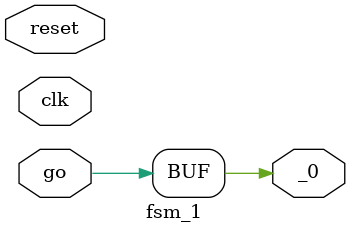
<source format=sv>
/**
 * Core primitives for Calyx.
 * Implements core primitives used by the compiler.
 *
 * Conventions:
 * - All parameter names must be SNAKE_CASE and all caps.
 * - Port names must be snake_case, no caps.
 */
`default_nettype none

module std_const #(
    parameter WIDTH = 32,
    parameter VALUE = 0
) (
   output logic [WIDTH - 1:0] out
);
  assign out = VALUE;
endmodule

module std_wire #(
  parameter WIDTH = 32
) (
  input wire logic [WIDTH - 1:0] in,
  output logic [WIDTH - 1:0] out
);
  assign out = in;
endmodule

module std_slice #(
    parameter IN_WIDTH  = 32,
    parameter OUT_WIDTH = 32
) (
   input wire                   logic [ IN_WIDTH-1:0] in,
   output logic [OUT_WIDTH-1:0] out
);
  assign out = in[OUT_WIDTH-1:0];

  `ifdef VERILATOR
    always_comb begin
      if (IN_WIDTH < OUT_WIDTH)
        $error(
          "std_slice: Input width less than output width\n",
          "IN_WIDTH: %0d", IN_WIDTH,
          "OUT_WIDTH: %0d", OUT_WIDTH
        );
    end
  `endif
endmodule

module std_pad #(
    parameter IN_WIDTH  = 32,
    parameter OUT_WIDTH = 32
) (
   input wire logic [IN_WIDTH-1:0]  in,
   output logic     [OUT_WIDTH-1:0] out
);
  localparam EXTEND = OUT_WIDTH - IN_WIDTH;
  assign out = { {EXTEND {1'b0}}, in};

  `ifdef VERILATOR
    always_comb begin
      if (IN_WIDTH > OUT_WIDTH)
        $error(
          "std_pad: Output width less than input width\n",
          "IN_WIDTH: %0d", IN_WIDTH,
          "OUT_WIDTH: %0d", OUT_WIDTH
        );
    end
  `endif
endmodule

module std_not #(
    parameter WIDTH = 32
) (
   input wire               logic [WIDTH-1:0] in,
   output logic [WIDTH-1:0] out
);
  assign out = ~in;
endmodule

module std_and #(
    parameter WIDTH = 32
) (
   input wire               logic [WIDTH-1:0] left,
   input wire               logic [WIDTH-1:0] right,
   output logic [WIDTH-1:0] out
);
  assign out = left & right;
endmodule

module std_or #(
    parameter WIDTH = 32
) (
   input wire               logic [WIDTH-1:0] left,
   input wire               logic [WIDTH-1:0] right,
   output logic [WIDTH-1:0] out
);
  assign out = left | right;
endmodule

module std_xor #(
    parameter WIDTH = 32
) (
   input wire               logic [WIDTH-1:0] left,
   input wire               logic [WIDTH-1:0] right,
   output logic [WIDTH-1:0] out
);
  assign out = left ^ right;
endmodule

module std_add #(
    parameter WIDTH = 32
) (
   input wire               logic [WIDTH-1:0] left,
   input wire               logic [WIDTH-1:0] right,
   output logic [WIDTH-1:0] out
);
  assign out = left + right;
endmodule

module std_sub #(
    parameter WIDTH = 32
) (
   input wire               logic [WIDTH-1:0] left,
   input wire               logic [WIDTH-1:0] right,
   output logic [WIDTH-1:0] out
);
  assign out = left - right;
endmodule

module std_gt #(
    parameter WIDTH = 32
) (
   input wire   logic [WIDTH-1:0] left,
   input wire   logic [WIDTH-1:0] right,
   output logic out
);
  assign out = left > right;
endmodule

module std_lt #(
    parameter WIDTH = 32
) (
   input wire   logic [WIDTH-1:0] left,
   input wire   logic [WIDTH-1:0] right,
   output logic out
);
  assign out = left < right;
endmodule

module std_eq #(
    parameter WIDTH = 32
) (
   input wire   logic [WIDTH-1:0] left,
   input wire   logic [WIDTH-1:0] right,
   output logic out
);
  assign out = left == right;
endmodule

module std_neq #(
    parameter WIDTH = 32
) (
   input wire   logic [WIDTH-1:0] left,
   input wire   logic [WIDTH-1:0] right,
   output logic out
);
  assign out = left != right;
endmodule

module std_ge #(
    parameter WIDTH = 32
) (
    input wire   logic [WIDTH-1:0] left,
    input wire   logic [WIDTH-1:0] right,
    output logic out
);
  assign out = left >= right;
endmodule

module std_le #(
    parameter WIDTH = 32
) (
   input wire   logic [WIDTH-1:0] left,
   input wire   logic [WIDTH-1:0] right,
   output logic out
);
  assign out = left <= right;
endmodule

module std_lsh #(
    parameter WIDTH = 32
) (
   input wire               logic [WIDTH-1:0] left,
   input wire               logic [WIDTH-1:0] right,
   output logic [WIDTH-1:0] out
);
  assign out = left << right;
endmodule

module std_rsh #(
    parameter WIDTH = 32
) (
   input wire               logic [WIDTH-1:0] left,
   input wire               logic [WIDTH-1:0] right,
   output logic [WIDTH-1:0] out
);
  assign out = left >> right;
endmodule

/// this primitive is intended to be used
/// for lowering purposes (not in source programs)
module std_mux #(
    parameter WIDTH = 32
) (
   input wire               logic cond,
   input wire               logic [WIDTH-1:0] tru,
   input wire               logic [WIDTH-1:0] fal,
   output logic [WIDTH-1:0] out
);
  assign out = cond ? tru : fal;
endmodule

/// Memories
module std_reg #(
    parameter WIDTH = 32
) (
   input wire [ WIDTH-1:0]    in,
   input wire                 write_en,
   input wire                 clk,
   input wire                 reset,
    // output
   output logic [WIDTH - 1:0] out,
   output logic               done
);

  always_ff @(posedge clk) begin
    if (reset) begin
       out <= 0;
       done <= 0;
    end else if (write_en) begin
      out <= in;
      done <= 1'd1;
    end else done <= 1'd0;
  end
endmodule

module std_mem_d1 #(
    parameter WIDTH = 32,
    parameter SIZE = 16,
    parameter IDX_SIZE = 4
) (
   input wire                logic [IDX_SIZE-1:0] addr0,
   input wire                logic [ WIDTH-1:0] write_data,
   input wire                logic write_en,
   input wire                logic clk,
   output logic [ WIDTH-1:0] read_data,
   output logic              done
);

  logic [WIDTH-1:0] mem[SIZE-1:0];

  /* verilator lint_off WIDTH */
  assign read_data = mem[addr0];
  always_ff @(posedge clk) begin
    if (write_en) begin
      mem[addr0] <= write_data;
      done <= 1'd1;
    end else done <= 1'd0;
  end

  // Check for out of bounds access
  `ifdef VERILATOR
    always_comb begin
      if (addr0 >= SIZE)
        $error(
          "std_mem_d1: Out of bounds access\n",
          "addr0: %0d\n", addr0,
          "SIZE: %0d", SIZE
        );
    end
  `endif
endmodule

module std_mem_d2 #(
    parameter WIDTH = 32,
    parameter D0_SIZE = 16,
    parameter D1_SIZE = 16,
    parameter D0_IDX_SIZE = 4,
    parameter D1_IDX_SIZE = 4
) (
   input wire                logic [D0_IDX_SIZE-1:0] addr0,
   input wire                logic [D1_IDX_SIZE-1:0] addr1,
   input wire                logic [ WIDTH-1:0] write_data,
   input wire                logic write_en,
   input wire                logic clk,
   output logic [ WIDTH-1:0] read_data,
   output logic              done
);

  /* verilator lint_off WIDTH */
  logic [WIDTH-1:0] mem[D0_SIZE-1:0][D1_SIZE-1:0];

  assign read_data = mem[addr0][addr1];
  always_ff @(posedge clk) begin
    if (write_en) begin
      mem[addr0][addr1] <= write_data;
      done <= 1'd1;
    end else done <= 1'd0;
  end

  // Check for out of bounds access
  `ifdef VERILATOR
    always_comb begin
      if (addr0 >= D0_SIZE)
        $error(
          "std_mem_d2: Out of bounds access\n",
          "addr0: %0d\n", addr0,
          "D0_SIZE: %0d", D0_SIZE
        );
      if (addr1 >= D1_SIZE)
        $error(
          "std_mem_d2: Out of bounds access\n",
          "addr1: %0d\n", addr1,
          "D1_SIZE: %0d", D1_SIZE
        );
    end
  `endif
endmodule

module std_mem_d3 #(
    parameter WIDTH = 32,
    parameter D0_SIZE = 16,
    parameter D1_SIZE = 16,
    parameter D2_SIZE = 16,
    parameter D0_IDX_SIZE = 4,
    parameter D1_IDX_SIZE = 4,
    parameter D2_IDX_SIZE = 4
) (
   input wire                logic [D0_IDX_SIZE-1:0] addr0,
   input wire                logic [D1_IDX_SIZE-1:0] addr1,
   input wire                logic [D2_IDX_SIZE-1:0] addr2,
   input wire                logic [ WIDTH-1:0] write_data,
   input wire                logic write_en,
   input wire                logic clk,
   output logic [ WIDTH-1:0] read_data,
   output logic              done
);

  /* verilator lint_off WIDTH */
  logic [WIDTH-1:0] mem[D0_SIZE-1:0][D1_SIZE-1:0][D2_SIZE-1:0];

  assign read_data = mem[addr0][addr1][addr2];
  always_ff @(posedge clk) begin
    if (write_en) begin
      mem[addr0][addr1][addr2] <= write_data;
      done <= 1'd1;
    end else done <= 1'd0;
  end

  // Check for out of bounds access
  `ifdef VERILATOR
    always_comb begin
      if (addr0 >= D0_SIZE)
        $error(
          "std_mem_d3: Out of bounds access\n",
          "addr0: %0d\n", addr0,
          "D0_SIZE: %0d", D0_SIZE
        );
      if (addr1 >= D1_SIZE)
        $error(
          "std_mem_d3: Out of bounds access\n",
          "addr1: %0d\n", addr1,
          "D1_SIZE: %0d", D1_SIZE
        );
      if (addr2 >= D2_SIZE)
        $error(
          "std_mem_d3: Out of bounds access\n",
          "addr2: %0d\n", addr2,
          "D2_SIZE: %0d", D2_SIZE
        );
    end
  `endif
endmodule

module std_mem_d4 #(
    parameter WIDTH = 32,
    parameter D0_SIZE = 16,
    parameter D1_SIZE = 16,
    parameter D2_SIZE = 16,
    parameter D3_SIZE = 16,
    parameter D0_IDX_SIZE = 4,
    parameter D1_IDX_SIZE = 4,
    parameter D2_IDX_SIZE = 4,
    parameter D3_IDX_SIZE = 4
) (
   input wire                logic [D0_IDX_SIZE-1:0] addr0,
   input wire                logic [D1_IDX_SIZE-1:0] addr1,
   input wire                logic [D2_IDX_SIZE-1:0] addr2,
   input wire                logic [D3_IDX_SIZE-1:0] addr3,
   input wire                logic [ WIDTH-1:0] write_data,
   input wire                logic write_en,
   input wire                logic clk,
   output logic [ WIDTH-1:0] read_data,
   output logic              done
);

  /* verilator lint_off WIDTH */
  logic [WIDTH-1:0] mem[D0_SIZE-1:0][D1_SIZE-1:0][D2_SIZE-1:0][D3_SIZE-1:0];

  assign read_data = mem[addr0][addr1][addr2][addr3];
  always_ff @(posedge clk) begin
    if (write_en) begin
      mem[addr0][addr1][addr2][addr3] <= write_data;
      done <= 1'd1;
    end else done <= 1'd0;
  end

  // Check for out of bounds access
  `ifdef VERILATOR
    always_comb begin
      if (addr0 >= D0_SIZE)
        $error(
          "std_mem_d4: Out of bounds access\n",
          "addr0: %0d\n", addr0,
          "D0_SIZE: %0d", D0_SIZE
        );
      if (addr1 >= D1_SIZE)
        $error(
          "std_mem_d4: Out of bounds access\n",
          "addr1: %0d\n", addr1,
          "D1_SIZE: %0d", D1_SIZE
        );
      if (addr2 >= D2_SIZE)
        $error(
          "std_mem_d4: Out of bounds access\n",
          "addr2: %0d\n", addr2,
          "D2_SIZE: %0d", D2_SIZE
        );
      if (addr3 >= D3_SIZE)
        $error(
          "std_mem_d4: Out of bounds access\n",
          "addr3: %0d\n", addr3,
          "D3_SIZE: %0d", D3_SIZE
        );
    end
  `endif
endmodule

`default_nettype wire

module FP_Mult_NoPipe (
		input _go, // unused
    input [31:0] a,
    input [31:0] b,
    output exception,
    output overflow,
    output underflow,
    output [31:0] res
);

  wire sign, round, normalised, zero;
  wire [8:0] exponent, sum_exponent;
  wire [22:0] product_mantissa;
  wire [23:0] op_a, op_b;
  wire [47:0] product, product_normalised;


  assign sign = a[31] ^ b[31];  // XOR of 32nd bit
  assign exception = (&a[30:23]) | (&b[30:23]);											// Execption sets to 1 when exponent of any a or b is 255
  // If exponent is 0, hidden bit is 0

  assign op_a = (|a[30:23]) ? {1'b1, a[22:0]} : {1'b0, a[22:0]};
  assign op_b = (|b[30:23]) ? {1'b1, b[22:0]} : {1'b0, b[22:0]};

  assign product = op_a * op_b;  // Product
  assign normalised = product[47] ? 1'b1 : 1'b0;
  assign product_normalised = normalised ? product : product << 1;								// Normalized value based on 48th bit

  assign round = |product_normalised[22:0];  // Last 22 bits are ORed for rounding off purpose
  assign product_mantissa = product_normalised[46:24] + (product_normalised[23] & round); 					// Mantissa

  assign zero = exception ? 1'b0 :
                (product_mantissa == 23'd0) ? 1'b1 :
                1'b0;

  assign sum_exponent = a[30:23] + b[30:23];
  assign exponent = sum_exponent - 8'd127 + normalised;
  assign overflow = ((exponent[8] & !exponent[7]) & !zero) ; 									// Overall exponent is greater than 255 then Overflow
  assign underflow = ((exponent[8] & exponent[7]) & !zero) ? 1'b1 : 1'b0; 							// Sum of exponents is less than 255 then Underflow
  assign res = exception ? 32'd0 :
               zero ? {sign,31'd0} :
               overflow ? {sign,8'hFF,23'd0} :
               underflow ? {sign,31'd0} :
               {sign,exponent[7:0],product_mantissa};

endmodule

module FP_Mult_Pipe(
	input _go, // unused
	input clk,
	input logic [31:0] A,
	input logic [31:0] B,
	output logic [31:0] res
);
  `define BIAS 8'b01111111

//////////////// PIPE-LINE REGISTERS /////////////////
reg [62:0] P1;
reg [66:0] P2;
reg [31:0] P3;
//////////////////////////////////////////////////////

initial
begin
	P1 = 0;
	P2 = 0;
	P3 = 0;
end


wire [1:0]sign;
wire [49:0]mantissa;

assign sign = A[31]+B[31];

always_ff @(posedge clk)
begin
	//solve for the sign bit part
	/////////////////////////////////////////////////////////
	P1[0] <= (sign == 1'b1) ? 1'b1 : 1'b0;
	P1[31:1] <= A[30:0];
	P1[62:32] <= B[30:0];

	///////////////////////////////////////////////////////////
	P2[0] <= P1[0];
	P2[50:1] <= P1[23:1] * P1[54:32];

	P2[58:51] <= P1[31:24];
	P2[66:59] <= P1[62:55];

///////////////////////////////////////////////////////////
	P3[0] <= P2[0];

	if(P2[50:24] == 0) begin
	   P3[23:1] = P2[23:1];
	   P3[31:24] = P2[58:51] + P2[66:59] - `BIAS + 8'h00;
	end
	else if(P2[50] == 1) begin
	   P3[23:1] = P2[49:27];
	   P3[31:24] = P2[58:51] + P2[66:59] - `BIAS + 8'h1a;
	end
	else if(P2[49] == 1) begin
	   P3[23:1] = P2[48:26];
	   P3[31:24] = P2[58:51] + P2[66:59] - `BIAS + 8'h19;
	end
	else if(P2[48] == 1) begin
	   P3[23:1] = P2[47:25];
	   P3[31:24] = P2[58:51] + P2[66:59] - `BIAS + 8'h18;
	end
	else if(P2[47] == 1) begin
	   P3[23:1] = P2[46:24];
	   P3[31:24] = P2[58:51] + P2[66:59] - `BIAS + 8'h17;
	end
	else if(P2[46] == 1) begin
	   P3[23:1] = P2[45:23];
	   P3[31:24] = P2[58:51] + P2[66:59] - `BIAS + 8'h16;
	end
	else if(P2[45] == 1) begin
	   P3[23:1] = P2[44:22];
	   P3[31:24] = P2[58:51] + P2[66:59] - `BIAS + 8'h15;
	end
	else if(P2[44] == 1) begin
	   P3[23:1] = P2[43:21];
	   P3[31:24] = P2[58:51] + P2[66:59] - `BIAS + 8'h14;
	end
	else if(P2[43] == 1) begin
	   P3[23:1] = P2[42:20];
	   P3[31:24] = P2[58:51] + P2[66:59] - `BIAS + 8'h13;
	end
	else if(P2[42] == 1) begin
	   P3[23:1] = P2[41:19];
	   P3[31:24] = P2[58:51] + P2[66:59] - `BIAS + 8'h12;
	end
	else if(P2[41] == 1) begin
	   P3[23:1] = P2[40:18];
	   P3[31:24] = P2[58:51] + P2[66:59] - `BIAS + 8'h11;
	end
	else if(P2[40] == 1) begin
	   P3[23:1] = P2[39:17];
	   P3[31:24] = P2[58:51] + P2[66:59] - `BIAS + 8'h10;
	end
	else if(P2[39] == 1) begin
	   P3[23:1] = P2[38:16];
	   P3[31:24] = P2[58:51] + P2[66:59] - `BIAS + 8'h0f;
	end
	else if(P2[38] == 1) begin
	   P3[23:1] = P2[37:15];
	   P3[31:24] = P2[58:51] + P2[66:59] - `BIAS + 8'h0e;
	end
	else if(P2[37] == 1) begin
	   P3[23:1] = P2[36:14];
	   P3[31:24] = P2[58:51] + P2[66:59] - `BIAS + 8'h0d;
	end
	else if(P2[36] == 1) begin
	   P3[23:1] = P2[35:13];
	   P3[31:24] = P2[58:51] + P2[66:59] - `BIAS + 8'h0c;
	end
	else if(P2[35] == 1) begin
	   P3[23:1] = P2[34:12];
	   P3[31:24] = P2[58:51] + P2[66:59] - `BIAS + 8'h0b;
	end
	else if(P2[34] == 1) begin
	   P3[23:1] = P2[33:11];
	   P3[31:24] = P2[58:51] + P2[66:59] - `BIAS + 8'h0a;
	end
	else if(P2[33] == 1) begin
	   P3[23:1] = P2[32:10];
	   P3[31:24] = P2[58:51] + P2[66:59] - `BIAS + 8'h09;
	end
	else if(P2[32] == 1) begin
	   P3[23:1] = P2[31:09];
	   P3[31:24] = P2[58:51] + P2[66:59] - `BIAS + 8'h08;
	end
	else if(P2[31] == 1) begin
	   P3[23:1] = P2[30:08];
	   P3[31:24] = P2[58:51] + P2[66:59] - `BIAS + 8'h07;
	end
	else if(P2[30] == 1) begin
	   P3[23:1] = P2[29:07];
	   P3[31:24] = P2[58:51] + P2[66:59] - `BIAS + 8'h06;
	end
	else if(P2[29] == 1) begin
	   P3[23:1] = P2[28:06];
	   P3[31:24] = P2[58:51] + P2[66:59] - `BIAS + 8'h05;
	end
	else if(P2[28] == 1) begin
	   P3[23:1] = P2[27:05];
	   P3[31:24] = P2[58:51] + P2[66:59] - `BIAS + 8'h04;
	end
	else if(P2[27] == 1) begin
	   P3[23:1] = P2[26:04];
	   P3[31:24] = P2[58:51] + P2[66:59] - `BIAS + 8'h03;
	end
	else if(P2[26] == 1) begin
	   P3[23:1] = P2[25:03];
	   P3[31:24] = P2[58:51] + P2[66:59] - `BIAS + 8'h02;
	end
	else begin
	   P3[23:1] = P2[24:02];
	   P3[31:24] = P2[58:51] + P2[66:59] - `BIAS + 8'h01;
	end

///////////////////////////////////////////////////////////
	res[31] <= P3[0];
	res[30:0] <= P3[31:1];

////////////////////////////////////////////////////////////
end

endmodule

// Returns input[30:23]
module Slice30_23
(
    input logic _go,
    input logic [31:0] in,
    output logic [7:0] out
);
    assign out = in[30:23];
endmodule

// Returns in[23:1]
module Slice23_1
(
    input logic _go,
    input logic [23:0] in,
    output logic [22:0] out
);
    assign out = in[23:1];
endmodule

// Returns input[20:0]
module Slice22_0
(
    input logic _go,
    input logic [31:0] in,
    output logic [22:0] out
);
    assign out = in[22:0];
endmodule

module IsZero #(
    parameter WIDTH = 32
)
(
    input logic _go,
    input logic [WIDTH-1:0] in,
    output logic out
);
    assign out = in == '0;
endmodule

module IsOne (
    input wire logic _go,
    input wire logic in,
    output wire logic out
);
    assign out = in == '1;
endmodule

// Computes out = {1'b1,in[22:1]};
module NormInp
(
    input wire logic _go,
    input wire logic [22:0] in,
    output wire logic [22:0] out
);
    assign out = {1'b1,in[22:1]};
endmodule

module ShiftRight23
(
    input wire logic _go,
    input wire logic [22:0] in,
    input wire logic [7:0] amount,
    output wire logic [22:0] out
);
    assign out = in >> amount;
endmodule

module ShiftLeft24
(
    input wire logic _go,
    input wire logic [23:0] in,
    input wire logic [3:0] amount,
    output wire logic [23:0] out
);
    assign out = in << amount;
endmodule

module MergeRes(
    input wire logic _go,
    input wire logic sign,
    input wire logic [7:0] exp,
    input wire logic [22:0] mant,
    output wire logic [31:0] out
);
    assign out = { sign, exp, mant };
endmodule
`default_nettype none

module Latch #(
    parameter WIDTH = 32
) (
  input wire clk,
  input wire reset,
  input wire logic write_en,
  input wire logic _go_S, // unused
  input wire logic [WIDTH-1:0] in,
  output logic [WIDTH-1:0] out
);
  always_ff @(posedge clk) begin
    if (reset)
      out <= 0;
    else if (write_en)
      out <= in;
    else
      out <= out;
  end
endmodule

// Implements a simple mutliplexer
module Mux #(
  parameter WIDTH = 32
) (
  input wire logic _go, // unused
  input wire logic sel,
  input wire logic [WIDTH-1:0] in0,
  input wire logic [WIDTH-1:0] in1,
  output logic [WIDTH-1:0] out
);
  assign out = sel ? in0 : in1;
endmodule
module Const #(
  parameter WIDTH = 32,
  parameter VALUE = 0
) (
  input wire logic _go,
  output wire logic [WIDTH-1:0] out
);
  assign out = VALUE;
endmodule

//// =========== Computation ============

module Add #(
  parameter WIDTH = 32
) (
  input wire logic _go, // Unused port, only used for modeling
  input wire logic [WIDTH-1:0] left,
  input wire logic [WIDTH-1:0] right,
  output wire logic [WIDTH-1:0] out
);
  assign out = left + right;
endmodule

module Sub #(
  parameter WIDTH = 32
) (
  input wire logic _go, // Unused port, only used for modeling
  input wire logic [WIDTH-1:0] left,
  input wire logic [WIDTH-1:0] right,
  output wire logic [WIDTH-1:0] out
);
  assign out = left - right;
endmodule

module MultComb #(
  parameter WIDTH = 32
) (
  input wire logic _go, // Unused port, only used for modeling
  input wire logic [WIDTH-1:0] left,
  input wire logic [WIDTH-1:0] right,
  output wire logic [WIDTH-1:0] out
);
  assign out = left * right;
endmodule

//// =========== Binary Logical Operations ============

module And #(
  parameter WIDTH = 32
) (
  input wire logic _go, // Unused port, only used for modeling
  input wire logic [WIDTH-1:0] left,
  input wire logic [WIDTH-1:0] right,
  output wire logic [WIDTH-1:0] out
);
  assign out = left & right;
endmodule

module Or #(
  parameter WIDTH = 32
) (
  input wire logic _go, // Unused port, only used for modeling
  input wire logic  [WIDTH-1:0] left,
  input wire logic  [WIDTH-1:0] right,
  output wire logic [WIDTH-1:0] out
);
  assign out = left | right;
endmodule

module Xor #(
  parameter WIDTH = 32
) (
  input wire logic _go, // Unused port, only used for modeling
  input wire logic  [WIDTH-1:0] left,
  input wire logic  [WIDTH-1:0] right,
  output wire logic [WIDTH-1:0] out
);
  assign out = left ^ right;
endmodule

module Not #(
  parameter WIDTH = 32
) (
  input wire logic _go, // Unused port, only used for modeling
  input wire logic  [WIDTH-1:0] in,
  output wire logic [WIDTH-1:0] out
);
  assign out = ~in;
endmodule

//// =========== Comparions ============

module Gt #(
  parameter WIDTH = 32
) (
  input wire logic _go, // Unused port, only used for modeling
  input wire logic  [WIDTH-1:0] left,
  input wire logic  [WIDTH-1:0] right,
  output wire logic out
);
  assign out = left > right;
endmodule

module Eq #(
  parameter WIDTH = 32
) (
  input wire logic _go, // Unused port, only used for modeling
  input wire logic  [WIDTH-1:0] left,
  input wire logic  [WIDTH-1:0] right,
  output wire logic out
);
  assign out = left == right;
endmodule

module Lt #(
  parameter WIDTH = 32
) (
  input wire logic _go, // Unused port, only used for modeling
  input wire logic  [WIDTH-1:0] left,
  input wire logic  [WIDTH-1:0] right,
  output wire logic out
);
  assign out = left < right;
endmodule

module Gte #(
  parameter WIDTH = 32
) (
  input wire logic _go, // Unused port, only used for modeling
  input wire logic  [WIDTH-1:0] left,
  input wire logic  [WIDTH-1:0] right,
  output wire logic out
);
  assign out = left >= right;
endmodule

module Lte #(
  parameter WIDTH = 32
) (
  input wire logic _go, // Unused port, only used for modeling
  input wire logic  [WIDTH-1:0] left,
  input wire logic  [WIDTH-1:0] right,
  output wire logic out
);
  assign out = left <= right;
endmodule

//// =========== Extension ============

module ZeroExtend #(
  parameter IN_WIDTH = 32,
  parameter OUT_WIDTH = 32
) (
  input wire logic _go, // Unused port, only used for modeling
  input wire logic [IN_WIDTH-1:0] in,
  output wire logic [OUT_WIDTH-1:0] out
);
  parameter EXTEND = OUT_WIDTH - IN_WIDTH;
  assign out = {{EXTEND{1'b0}}, in};
endmodule

module Concat #(
  parameter LEFT = 32,
  parameter RIGHT = 32,
  parameter OUT = 64
) (
  input wire logic _go, // Unused port
  input wire logic [LEFT-1:0] left,
  input wire logic [RIGHT-1:0] right,
  output wire logic [OUT-1:0] out
);
  assign out = {left, right};
endmodule

//// =========== Select bits ============
module Select #(
  parameter WIDTH = 32,
  parameter POS = 0
) (
  input wire logic _go, // Unused port, only used for modeling
  input wire logic [WIDTH-1:0] in,
  output wire logic out
);
  assign out = in[POS];
endmodule

module Slice #(
  parameter IN_WIDTH = 32,
  parameter MSB = 31,
  parameter LSB = 0,
  parameter OUT_WITDH = 32
) (
  input wire logic _go, // Unused port, only used for modeling
  input wire logic [IN_WIDTH-1:0] in,
  output wire logic [OUT_WITDH-1:0] out
);
  assign out = in[MSB:LSB];
endmodule

/// =========== Reduction Operations ============
module ReduceAnd #(
  parameter WIDTH = 32
) (
  input wire logic _go, // Unused port, only used for modeling
  input wire logic [WIDTH-1:0] in,
  output wire logic out
);
  assign out = &in;
endmodule

module ReduceOr #(
  parameter WIDTH = 32
) (
  input wire logic _go, // Unused port, only used for modeling
  input wire logic [WIDTH-1:0] in,
  output wire logic out
);
  assign out = |in;
endmodule

/// ========== Shift Operations ============
module ShiftLeft #(
  parameter WIDTH = 32
) (
  input wire logic _go, // Unused port, only used for modeling
  input wire logic [WIDTH-1:0] in,
  input wire logic [WIDTH-1:0] shift,
  output wire logic [WIDTH-1:0] out
);
  assign out = in << shift;
endmodule

module ShiftRight #(
  parameter WIDTH = 32
) (
  input wire logic _go, // Unused port, only used for modeling
  input wire logic [WIDTH-1:0] in,
  input wire logic [WIDTH-1:0] shift,
  output wire logic [WIDTH-1:0] out
);
  assign out = in >> shift;
endmodule

`default_nettype wire
module Mult (
    input logic [31:0] left,
    input logic [31:0] right,
    input logic go_G,
    input logic clk,
    input logic reset,
    output logic [31:0] out
);
    // COMPONENT START: Mult
    logic G_fsm_clk;
    logic G_fsm_reset;
    logic G_fsm_go;
    logic G_fsm__0;
    logic G_fsm__1;
    logic G_fsm__2;
    logic [31:0] LL_in;
    logic LL_write_en;
    logic LL__go_S;
    logic LL_clk;
    logic LL_reset;
    logic [31:0] LL_out;
    logic [31:0] LR_in;
    logic LR_write_en;
    logic LR__go_S;
    logic LR_clk;
    logic LR_reset;
    logic [31:0] LR_out;
    logic [31:0] M_left;
    logic [31:0] M_right;
    logic M__go;
    logic [31:0] M_out;
    initial begin
        G_fsm_clk = 1'd0;
        G_fsm_reset = 1'd0;
        G_fsm_go = 1'd0;
        LL_in = 32'd0;
        LL_write_en = 1'd0;
        LL__go_S = 1'd0;
        LL_clk = 1'd0;
        LL_reset = 1'd0;
        LR_in = 32'd0;
        LR_write_en = 1'd0;
        LR__go_S = 1'd0;
        LR_clk = 1'd0;
        LR_reset = 1'd0;
        M_left = 32'd0;
        M_right = 32'd0;
        M__go = 1'd0;
    end
    fsm_3 G_fsm (
        ._0(G_fsm__0),
        ._1(G_fsm__1),
        ._2(G_fsm__2),
        .clk(G_fsm_clk),
        .go(G_fsm_go),
        .reset(G_fsm_reset)
    );
    Latch # (
        .WIDTH(32)
    ) LL (
        ._go_S(LL__go_S),
        .clk(LL_clk),
        .in(LL_in),
        .out(LL_out),
        .reset(LL_reset),
        .write_en(LL_write_en)
    );
    Latch # (
        .WIDTH(32)
    ) LR (
        ._go_S(LR__go_S),
        .clk(LR_clk),
        .in(LR_in),
        .out(LR_out),
        .reset(LR_reset),
        .write_en(LR_write_en)
    );
    MultComb # (
        .WIDTH(32)
    ) M (
        ._go(M__go),
        .left(M_left),
        .out(M_out),
        .right(M_right)
    );
    assign G_fsm_clk = clk;
    assign G_fsm_go = go_G;
    assign G_fsm_reset = reset;
    assign LL__go_S = G_fsm__1;
    assign LL_clk = clk;
    assign LL_in =
     G_fsm__0 ? left : 32'd0;
    assign LL_reset = reset;
    assign LL_write_en = G_fsm__0;
    assign LR__go_S = G_fsm__1;
    assign LR_clk = clk;
    assign LR_in =
     G_fsm__0 ? right : 32'd0;
    assign LR_reset = reset;
    assign LR_write_en = G_fsm__0;
    assign M__go = G_fsm__2;
    assign M_left =
     G_fsm__2 ? LL_out : 32'd0;
    assign M_right =
     G_fsm__2 ? LR_out : 32'd0;
    assign out = M_out;
    // COMPONENT END: Mult
endmodule

module ComputeOp (
    input logic [31:0] in,
    input logic go,
    input logic clk,
    input logic reset,
    output logic [23:0] out
);
    // COMPONENT START: ComputeOp
    logic G_fsm_clk;
    logic G_fsm_reset;
    logic G_fsm_go;
    logic G_fsm__0;
    logic [31:0] EXP_in;
    logic EXP__go;
    logic [7:0] EXP_out;
    logic [31:0] MANT_in;
    logic MANT__go;
    logic [22:0] MANT_out;
    logic [7:0] EXP_RED_in;
    logic EXP_RED__go;
    logic EXP_RED_out;
    logic ZERO_1__go;
    logic ZERO_1_out;
    logic ONE_1__go;
    logic ONE_1_out;
    logic EXT_sel;
    logic EXT_in0;
    logic EXT_in1;
    logic EXT__go;
    logic EXT_out;
    logic OP_left;
    logic [22:0] OP_right;
    logic OP__go;
    logic [23:0] OP_out;
    initial begin
        G_fsm_clk = 1'd0;
        G_fsm_reset = 1'd0;
        G_fsm_go = 1'd0;
        EXP_in = 32'd0;
        EXP__go = 1'd0;
        MANT_in = 32'd0;
        MANT__go = 1'd0;
        EXP_RED_in = 8'd0;
        EXP_RED__go = 1'd0;
        ZERO_1__go = 1'd0;
        ONE_1__go = 1'd0;
        EXT_sel = 1'd0;
        EXT_in0 = 1'd0;
        EXT_in1 = 1'd0;
        EXT__go = 1'd0;
        OP_left = 1'd0;
        OP_right = 23'd0;
        OP__go = 1'd0;
    end
    fsm_1 G_fsm (
        ._0(G_fsm__0),
        .clk(G_fsm_clk),
        .go(G_fsm_go),
        .reset(G_fsm_reset)
    );
    Slice30_23 EXP (
        ._go(EXP__go),
        .in(EXP_in),
        .out(EXP_out)
    );
    Slice22_0 MANT (
        ._go(MANT__go),
        .in(MANT_in),
        .out(MANT_out)
    );
    ReduceOr # (
        .WIDTH(8)
    ) EXP_RED (
        ._go(EXP_RED__go),
        .in(EXP_RED_in),
        .out(EXP_RED_out)
    );
    Const # (
        .VALUE(0),
        .WIDTH(1)
    ) ZERO_1 (
        ._go(ZERO_1__go),
        .out(ZERO_1_out)
    );
    Const # (
        .VALUE(1),
        .WIDTH(1)
    ) ONE_1 (
        ._go(ONE_1__go),
        .out(ONE_1_out)
    );
    Mux # (
        .WIDTH(1)
    ) EXT (
        ._go(EXT__go),
        .in0(EXT_in0),
        .in1(EXT_in1),
        .out(EXT_out),
        .sel(EXT_sel)
    );
    Concat # (
        .LEFT(1),
        .OUT(24),
        .RIGHT(23)
    ) OP (
        ._go(OP__go),
        .left(OP_left),
        .out(OP_out),
        .right(OP_right)
    );
    assign EXP__go = G_fsm__0;
    assign EXP_in =
     G_fsm__0 ? in : 32'd0;
    assign EXP_RED__go = G_fsm__0;
    assign EXP_RED_in =
     G_fsm__0 ? EXP_out : 8'd0;
    assign EXT__go = G_fsm__0;
    assign EXT_in0 =
     G_fsm__0 ? ONE_1_out : 1'd0;
    assign EXT_in1 =
     G_fsm__0 ? ZERO_1_out : 1'd0;
    assign EXT_sel =
     G_fsm__0 ? EXP_RED_out : 1'd0;
    assign G_fsm_clk = clk;
    assign G_fsm_go = go;
    assign G_fsm_reset = reset;
    assign MANT__go = G_fsm__0;
    assign MANT_in =
     G_fsm__0 ? in : 32'd0;
    assign ONE_1__go = G_fsm__0;
    assign OP__go = G_fsm__0;
    assign OP_left =
     G_fsm__0 ? EXT_out : 1'd0;
    assign OP_right =
     G_fsm__0 ? MANT_out : 23'd0;
    assign ZERO_1__go = G_fsm__0;
    assign out = OP_out;
    // COMPONENT END: ComputeOp
endmodule

module GetResult (
    input logic sign,
    input logic [7:0] exp,
    input logic [22:0] mant,
    input logic go,
    input logic reset,
    input logic clk,
    output logic [31:0] out
);
    // COMPONENT START: GetResult
    logic G_fsm_clk;
    logic G_fsm_reset;
    logic G_fsm_go;
    logic G_fsm__0;
    logic SIGN_EXP_left;
    logic [7:0] SIGN_EXP_right;
    logic SIGN_EXP__go;
    logic [8:0] SIGN_EXP_out;
    logic [8:0] RES_left;
    logic [22:0] RES_right;
    logic RES__go;
    logic [31:0] RES_out;
    initial begin
        G_fsm_clk = 1'd0;
        G_fsm_reset = 1'd0;
        G_fsm_go = 1'd0;
        SIGN_EXP_left = 1'd0;
        SIGN_EXP_right = 8'd0;
        SIGN_EXP__go = 1'd0;
        RES_left = 9'd0;
        RES_right = 23'd0;
        RES__go = 1'd0;
    end
    fsm_1 G_fsm (
        ._0(G_fsm__0),
        .clk(G_fsm_clk),
        .go(G_fsm_go),
        .reset(G_fsm_reset)
    );
    Concat # (
        .LEFT(1),
        .OUT(9),
        .RIGHT(8)
    ) SIGN_EXP (
        ._go(SIGN_EXP__go),
        .left(SIGN_EXP_left),
        .out(SIGN_EXP_out),
        .right(SIGN_EXP_right)
    );
    Concat # (
        .LEFT(9),
        .OUT(32),
        .RIGHT(23)
    ) RES (
        ._go(RES__go),
        .left(RES_left),
        .out(RES_out),
        .right(RES_right)
    );
    assign G_fsm_clk = clk;
    assign G_fsm_go = go;
    assign G_fsm_reset = reset;
    assign RES__go = G_fsm__0;
    assign RES_left =
     G_fsm__0 ? SIGN_EXP_out : 9'd0;
    assign RES_right =
     G_fsm__0 ? mant : 23'd0;
    assign SIGN_EXP__go = G_fsm__0;
    assign SIGN_EXP_left =
     G_fsm__0 ? sign : 1'd0;
    assign SIGN_EXP_right =
     G_fsm__0 ? exp : 8'd0;
    assign out = RES_out;
    // COMPONENT END: GetResult
endmodule

module FP_Mult (
    input logic [31:0] a,
    input logic [31:0] b,
    input logic go,
    input logic reset,
    input logic clk,
    output logic exception,
    output logic overflow,
    output logic underflow,
    output logic [31:0] out
);
    // COMPONENT START: FP_Mult
    logic G_fsm_clk;
    logic G_fsm_reset;
    logic G_fsm_go;
    logic G_fsm__0;
    logic [31:0] A31_in;
    logic A31__go;
    logic A31_out;
    logic [31:0] B31_in;
    logic B31__go;
    logic B31_out;
    logic SIGN_left;
    logic SIGN_right;
    logic SIGN__go;
    logic SIGN_out;
    logic [31:0] EXP_A_in;
    logic EXP_A__go;
    logic [7:0] EXP_A_out;
    logic [31:0] EXP_B_in;
    logic EXP_B__go;
    logic [7:0] EXP_B_out;
    logic [7:0] EXP_A_AND_in;
    logic EXP_A_AND__go;
    logic EXP_A_AND_out;
    logic [7:0] EXP_B_AND_in;
    logic EXP_B_AND__go;
    logic EXP_B_AND_out;
    logic EXCEPTION_left;
    logic EXCEPTION_right;
    logic EXCEPTION__go;
    logic EXCEPTION_out;
    logic [31:0] OP_A_in;
    logic OP_A_go;
    logic OP_A_clk;
    logic OP_A_reset;
    logic [23:0] OP_A_out;
    logic [31:0] OP_B_in;
    logic OP_B_go;
    logic OP_B_clk;
    logic OP_B_reset;
    logic [23:0] OP_B_out;
    logic [23:0] OP_A_EXT_in;
    logic OP_A_EXT__go;
    logic [47:0] OP_A_EXT_out;
    logic [23:0] OP_B_EXT_in;
    logic OP_B_EXT__go;
    logic [47:0] OP_B_EXT_out;
    logic [47:0] PRODUCT_left;
    logic [47:0] PRODUCT_right;
    logic PRODUCT__go;
    logic [47:0] PRODUCT_out;
    logic [47:0] NORMALIZED_in;
    logic NORMALIZED__go;
    logic NORMALIZED_out;
    logic ONE_48__go;
    logic [47:0] ONE_48_out;
    logic [47:0] PROD_SHL_in;
    logic [47:0] PROD_SHL_shift;
    logic PROD_SHL__go;
    logic [47:0] PROD_SHL_out;
    logic PRODUCT_NORMALIZED_sel;
    logic [47:0] PRODUCT_NORMALIZED_in0;
    logic [47:0] PRODUCT_NORMALIZED_in1;
    logic PRODUCT_NORMALIZED__go;
    logic [47:0] PRODUCT_NORMALIZED_out;
    logic [47:0] PROD22_0_in;
    logic PROD22_0__go;
    logic [22:0] PROD22_0_out;
    logic [22:0] ROUND_in;
    logic ROUND__go;
    logic ROUND_out;
    logic [47:0] PROD_NORM_23_in;
    logic PROD_NORM_23__go;
    logic PROD_NORM_23_out;
    logic ROUND_SUM_left;
    logic ROUND_SUM_right;
    logic ROUND_SUM__go;
    logic ROUND_SUM_out;
    logic ROUND_SUM_EXT_in;
    logic ROUND_SUM_EXT__go;
    logic [22:0] ROUND_SUM_EXT_out;
    logic [47:0] PROD46_24_in;
    logic PROD46_24__go;
    logic [22:0] PROD46_24_out;
    logic [22:0] PRODUCT_MANTISSA_left;
    logic [22:0] PRODUCT_MANTISSA_right;
    logic PRODUCT_MANTISSA__go;
    logic [22:0] PRODUCT_MANTISSA_out;
    logic ZERO_23__go;
    logic [22:0] ZERO_23_out;
    logic ONE_1__go;
    logic ONE_1_out;
    logic ZERO_1__go;
    logic ZERO_1_out;
    logic [22:0] PROD_MANT_IS_ZERO_left;
    logic [22:0] PROD_MANT_IS_ZERO_right;
    logic PROD_MANT_IS_ZERO__go;
    logic PROD_MANT_IS_ZERO_out;
    logic SEL0_sel;
    logic SEL0_in0;
    logic SEL0_in1;
    logic SEL0__go;
    logic SEL0_out;
    logic ZERO_sel;
    logic ZERO_in0;
    logic ZERO_in1;
    logic ZERO__go;
    logic ZERO_out;
    logic [7:0] SUM_EXPONENT_left;
    logic [7:0] SUM_EXPONENT_right;
    logic SUM_EXPONENT__go;
    logic [7:0] SUM_EXPONENT_out;
    logic NORMALIZED_EXT_in;
    logic NORMALIZED_EXT__go;
    logic [8:0] NORMALIZED_EXT_out;
    logic SUB_V__go;
    logic [7:0] SUB_V_out;
    logic [7:0] EXP_NORM_left;
    logic [7:0] EXP_NORM_right;
    logic EXP_NORM__go;
    logic [7:0] EXP_NORM_out;
    logic [7:0] EXP_NORM_EXT_in;
    logic EXP_NORM_EXT__go;
    logic [8:0] EXP_NORM_EXT_out;
    logic [8:0] EXPONENT_left;
    logic [8:0] EXPONENT_right;
    logic EXPONENT__go;
    logic [8:0] EXPONENT_out;
    logic NOT_ZERO_in;
    logic NOT_ZERO__go;
    logic NOT_ZERO_out;
    logic [8:0] EXP_8_in;
    logic EXP_8__go;
    logic EXP_8_out;
    logic [8:0] EXP_7_in;
    logic EXP_7__go;
    logic EXP_7_out;
    logic NOT_EXP_7_in;
    logic NOT_EXP_7__go;
    logic NOT_EXP_7_out;
    logic OVERFLOW_1_left;
    logic OVERFLOW_1_right;
    logic OVERFLOW_1__go;
    logic OVERFLOW_1_out;
    logic OVERFLOW_left;
    logic OVERFLOW_right;
    logic OVERFLOW__go;
    logic OVERFLOW_out;
    logic UNDERFLOW_1_left;
    logic UNDERFLOW_1_right;
    logic UNDERFLOW_1__go;
    logic UNDERFLOW_1_out;
    logic UNDERFLOW_left;
    logic UNDERFLOW_right;
    logic UNDERFLOW__go;
    logic UNDERFLOW_out;
    logic OVER_MAX__go;
    logic [7:0] OVER_MAX_out;
    logic OVER_RES_sign;
    logic [7:0] OVER_RES_exp;
    logic [22:0] OVER_RES_mant;
    logic OVER_RES_go;
    logic OVER_RES_reset;
    logic OVER_RES_clk;
    logic [31:0] OVER_RES_out;
    logic ZERO_31__go;
    logic [30:0] ZERO_31_out;
    logic UNDER_RES_left;
    logic [30:0] UNDER_RES_right;
    logic UNDER_RES__go;
    logic [31:0] UNDER_RES_out;
    logic [8:0] EXP_ROUND_in;
    logic EXP_ROUND__go;
    logic [7:0] EXP_ROUND_out;
    logic SAFE_RES_sign;
    logic [7:0] SAFE_RES_exp;
    logic [22:0] SAFE_RES_mant;
    logic SAFE_RES_go;
    logic SAFE_RES_reset;
    logic SAFE_RES_clk;
    logic [31:0] SAFE_RES_out;
    logic ZERO_32__go;
    logic [31:0] ZERO_32_out;
    logic RES_1_sel;
    logic [31:0] RES_1_in0;
    logic [31:0] RES_1_in1;
    logic RES_1__go;
    logic [31:0] RES_1_out;
    logic RES_2_sel;
    logic [31:0] RES_2_in0;
    logic [31:0] RES_2_in1;
    logic RES_2__go;
    logic [31:0] RES_2_out;
    logic RES_3_sel;
    logic [31:0] RES_3_in0;
    logic [31:0] RES_3_in1;
    logic RES_3__go;
    logic [31:0] RES_3_out;
    logic RES_sel;
    logic [31:0] RES_in0;
    logic [31:0] RES_in1;
    logic RES__go;
    logic [31:0] RES_out;
    initial begin
        G_fsm_clk = 1'd0;
        G_fsm_reset = 1'd0;
        G_fsm_go = 1'd0;
        A31_in = 32'd0;
        A31__go = 1'd0;
        B31_in = 32'd0;
        B31__go = 1'd0;
        SIGN_left = 1'd0;
        SIGN_right = 1'd0;
        SIGN__go = 1'd0;
        EXP_A_in = 32'd0;
        EXP_A__go = 1'd0;
        EXP_B_in = 32'd0;
        EXP_B__go = 1'd0;
        EXP_A_AND_in = 8'd0;
        EXP_A_AND__go = 1'd0;
        EXP_B_AND_in = 8'd0;
        EXP_B_AND__go = 1'd0;
        EXCEPTION_left = 1'd0;
        EXCEPTION_right = 1'd0;
        EXCEPTION__go = 1'd0;
        OP_A_in = 32'd0;
        OP_A_go = 1'd0;
        OP_A_clk = 1'd0;
        OP_A_reset = 1'd0;
        OP_B_in = 32'd0;
        OP_B_go = 1'd0;
        OP_B_clk = 1'd0;
        OP_B_reset = 1'd0;
        OP_A_EXT_in = 24'd0;
        OP_A_EXT__go = 1'd0;
        OP_B_EXT_in = 24'd0;
        OP_B_EXT__go = 1'd0;
        PRODUCT_left = 48'd0;
        PRODUCT_right = 48'd0;
        PRODUCT__go = 1'd0;
        NORMALIZED_in = 48'd0;
        NORMALIZED__go = 1'd0;
        ONE_48__go = 1'd0;
        PROD_SHL_in = 48'd0;
        PROD_SHL_shift = 48'd0;
        PROD_SHL__go = 1'd0;
        PRODUCT_NORMALIZED_sel = 1'd0;
        PRODUCT_NORMALIZED_in0 = 48'd0;
        PRODUCT_NORMALIZED_in1 = 48'd0;
        PRODUCT_NORMALIZED__go = 1'd0;
        PROD22_0_in = 48'd0;
        PROD22_0__go = 1'd0;
        ROUND_in = 23'd0;
        ROUND__go = 1'd0;
        PROD_NORM_23_in = 48'd0;
        PROD_NORM_23__go = 1'd0;
        ROUND_SUM_left = 1'd0;
        ROUND_SUM_right = 1'd0;
        ROUND_SUM__go = 1'd0;
        ROUND_SUM_EXT_in = 1'd0;
        ROUND_SUM_EXT__go = 1'd0;
        PROD46_24_in = 48'd0;
        PROD46_24__go = 1'd0;
        PRODUCT_MANTISSA_left = 23'd0;
        PRODUCT_MANTISSA_right = 23'd0;
        PRODUCT_MANTISSA__go = 1'd0;
        ZERO_23__go = 1'd0;
        ONE_1__go = 1'd0;
        ZERO_1__go = 1'd0;
        PROD_MANT_IS_ZERO_left = 23'd0;
        PROD_MANT_IS_ZERO_right = 23'd0;
        PROD_MANT_IS_ZERO__go = 1'd0;
        SEL0_sel = 1'd0;
        SEL0_in0 = 1'd0;
        SEL0_in1 = 1'd0;
        SEL0__go = 1'd0;
        ZERO_sel = 1'd0;
        ZERO_in0 = 1'd0;
        ZERO_in1 = 1'd0;
        ZERO__go = 1'd0;
        SUM_EXPONENT_left = 8'd0;
        SUM_EXPONENT_right = 8'd0;
        SUM_EXPONENT__go = 1'd0;
        NORMALIZED_EXT_in = 1'd0;
        NORMALIZED_EXT__go = 1'd0;
        SUB_V__go = 1'd0;
        EXP_NORM_left = 8'd0;
        EXP_NORM_right = 8'd0;
        EXP_NORM__go = 1'd0;
        EXP_NORM_EXT_in = 8'd0;
        EXP_NORM_EXT__go = 1'd0;
        EXPONENT_left = 9'd0;
        EXPONENT_right = 9'd0;
        EXPONENT__go = 1'd0;
        NOT_ZERO_in = 1'd0;
        NOT_ZERO__go = 1'd0;
        EXP_8_in = 9'd0;
        EXP_8__go = 1'd0;
        EXP_7_in = 9'd0;
        EXP_7__go = 1'd0;
        NOT_EXP_7_in = 1'd0;
        NOT_EXP_7__go = 1'd0;
        OVERFLOW_1_left = 1'd0;
        OVERFLOW_1_right = 1'd0;
        OVERFLOW_1__go = 1'd0;
        OVERFLOW_left = 1'd0;
        OVERFLOW_right = 1'd0;
        OVERFLOW__go = 1'd0;
        UNDERFLOW_1_left = 1'd0;
        UNDERFLOW_1_right = 1'd0;
        UNDERFLOW_1__go = 1'd0;
        UNDERFLOW_left = 1'd0;
        UNDERFLOW_right = 1'd0;
        UNDERFLOW__go = 1'd0;
        OVER_MAX__go = 1'd0;
        OVER_RES_sign = 1'd0;
        OVER_RES_exp = 8'd0;
        OVER_RES_mant = 23'd0;
        OVER_RES_go = 1'd0;
        OVER_RES_reset = 1'd0;
        OVER_RES_clk = 1'd0;
        ZERO_31__go = 1'd0;
        UNDER_RES_left = 1'd0;
        UNDER_RES_right = 31'd0;
        UNDER_RES__go = 1'd0;
        EXP_ROUND_in = 9'd0;
        EXP_ROUND__go = 1'd0;
        SAFE_RES_sign = 1'd0;
        SAFE_RES_exp = 8'd0;
        SAFE_RES_mant = 23'd0;
        SAFE_RES_go = 1'd0;
        SAFE_RES_reset = 1'd0;
        SAFE_RES_clk = 1'd0;
        ZERO_32__go = 1'd0;
        RES_1_sel = 1'd0;
        RES_1_in0 = 32'd0;
        RES_1_in1 = 32'd0;
        RES_1__go = 1'd0;
        RES_2_sel = 1'd0;
        RES_2_in0 = 32'd0;
        RES_2_in1 = 32'd0;
        RES_2__go = 1'd0;
        RES_3_sel = 1'd0;
        RES_3_in0 = 32'd0;
        RES_3_in1 = 32'd0;
        RES_3__go = 1'd0;
        RES_sel = 1'd0;
        RES_in0 = 32'd0;
        RES_in1 = 32'd0;
        RES__go = 1'd0;
    end
    fsm_1 G_fsm (
        ._0(G_fsm__0),
        .clk(G_fsm_clk),
        .go(G_fsm_go),
        .reset(G_fsm_reset)
    );
    Select # (
        .POS(31),
        .WIDTH(32)
    ) A31 (
        ._go(A31__go),
        .in(A31_in),
        .out(A31_out)
    );
    Select # (
        .POS(31),
        .WIDTH(32)
    ) B31 (
        ._go(B31__go),
        .in(B31_in),
        .out(B31_out)
    );
    Xor # (
        .WIDTH(1)
    ) SIGN (
        ._go(SIGN__go),
        .left(SIGN_left),
        .out(SIGN_out),
        .right(SIGN_right)
    );
    Slice30_23 EXP_A (
        ._go(EXP_A__go),
        .in(EXP_A_in),
        .out(EXP_A_out)
    );
    Slice30_23 EXP_B (
        ._go(EXP_B__go),
        .in(EXP_B_in),
        .out(EXP_B_out)
    );
    ReduceAnd # (
        .WIDTH(8)
    ) EXP_A_AND (
        ._go(EXP_A_AND__go),
        .in(EXP_A_AND_in),
        .out(EXP_A_AND_out)
    );
    ReduceAnd # (
        .WIDTH(8)
    ) EXP_B_AND (
        ._go(EXP_B_AND__go),
        .in(EXP_B_AND_in),
        .out(EXP_B_AND_out)
    );
    Or # (
        .WIDTH(1)
    ) EXCEPTION (
        ._go(EXCEPTION__go),
        .left(EXCEPTION_left),
        .out(EXCEPTION_out),
        .right(EXCEPTION_right)
    );
    ComputeOp OP_A (
        .clk(OP_A_clk),
        .go(OP_A_go),
        .in(OP_A_in),
        .out(OP_A_out),
        .reset(OP_A_reset)
    );
    ComputeOp OP_B (
        .clk(OP_B_clk),
        .go(OP_B_go),
        .in(OP_B_in),
        .out(OP_B_out),
        .reset(OP_B_reset)
    );
    ZeroExtend # (
        .IN_WIDTH(24),
        .OUT_WIDTH(48)
    ) OP_A_EXT (
        ._go(OP_A_EXT__go),
        .in(OP_A_EXT_in),
        .out(OP_A_EXT_out)
    );
    ZeroExtend # (
        .IN_WIDTH(24),
        .OUT_WIDTH(48)
    ) OP_B_EXT (
        ._go(OP_B_EXT__go),
        .in(OP_B_EXT_in),
        .out(OP_B_EXT_out)
    );
    MultComb # (
        .WIDTH(48)
    ) PRODUCT (
        ._go(PRODUCT__go),
        .left(PRODUCT_left),
        .out(PRODUCT_out),
        .right(PRODUCT_right)
    );
    Select # (
        .POS(47),
        .WIDTH(48)
    ) NORMALIZED (
        ._go(NORMALIZED__go),
        .in(NORMALIZED_in),
        .out(NORMALIZED_out)
    );
    Const # (
        .VALUE(1),
        .WIDTH(48)
    ) ONE_48 (
        ._go(ONE_48__go),
        .out(ONE_48_out)
    );
    ShiftLeft # (
        .WIDTH(48)
    ) PROD_SHL (
        ._go(PROD_SHL__go),
        .in(PROD_SHL_in),
        .out(PROD_SHL_out),
        .shift(PROD_SHL_shift)
    );
    Mux # (
        .WIDTH(48)
    ) PRODUCT_NORMALIZED (
        ._go(PRODUCT_NORMALIZED__go),
        .in0(PRODUCT_NORMALIZED_in0),
        .in1(PRODUCT_NORMALIZED_in1),
        .out(PRODUCT_NORMALIZED_out),
        .sel(PRODUCT_NORMALIZED_sel)
    );
    Slice # (
        .IN_WIDTH(48),
        .LSB(0),
        .MSB(22),
        .OUT_WIDTH(23)
    ) PROD22_0 (
        ._go(PROD22_0__go),
        .in(PROD22_0_in),
        .out(PROD22_0_out)
    );
    ReduceOr # (
        .WIDTH(23)
    ) ROUND (
        ._go(ROUND__go),
        .in(ROUND_in),
        .out(ROUND_out)
    );
    Select # (
        .POS(23),
        .WIDTH(48)
    ) PROD_NORM_23 (
        ._go(PROD_NORM_23__go),
        .in(PROD_NORM_23_in),
        .out(PROD_NORM_23_out)
    );
    And # (
        .WIDTH(1)
    ) ROUND_SUM (
        ._go(ROUND_SUM__go),
        .left(ROUND_SUM_left),
        .out(ROUND_SUM_out),
        .right(ROUND_SUM_right)
    );
    ZeroExtend # (
        .IN_WIDTH(1),
        .OUT_WIDTH(23)
    ) ROUND_SUM_EXT (
        ._go(ROUND_SUM_EXT__go),
        .in(ROUND_SUM_EXT_in),
        .out(ROUND_SUM_EXT_out)
    );
    Slice # (
        .IN_WIDTH(48),
        .LSB(24),
        .MSB(46),
        .OUT_WIDTH(23)
    ) PROD46_24 (
        ._go(PROD46_24__go),
        .in(PROD46_24_in),
        .out(PROD46_24_out)
    );
    Add # (
        .WIDTH(23)
    ) PRODUCT_MANTISSA (
        ._go(PRODUCT_MANTISSA__go),
        .left(PRODUCT_MANTISSA_left),
        .out(PRODUCT_MANTISSA_out),
        .right(PRODUCT_MANTISSA_right)
    );
    Const # (
        .VALUE(0),
        .WIDTH(23)
    ) ZERO_23 (
        ._go(ZERO_23__go),
        .out(ZERO_23_out)
    );
    Const # (
        .VALUE(1),
        .WIDTH(1)
    ) ONE_1 (
        ._go(ONE_1__go),
        .out(ONE_1_out)
    );
    Const # (
        .VALUE(0),
        .WIDTH(1)
    ) ZERO_1 (
        ._go(ZERO_1__go),
        .out(ZERO_1_out)
    );
    Eq # (
        .WIDTH(23)
    ) PROD_MANT_IS_ZERO (
        ._go(PROD_MANT_IS_ZERO__go),
        .left(PROD_MANT_IS_ZERO_left),
        .out(PROD_MANT_IS_ZERO_out),
        .right(PROD_MANT_IS_ZERO_right)
    );
    Mux # (
        .WIDTH(1)
    ) SEL0 (
        ._go(SEL0__go),
        .in0(SEL0_in0),
        .in1(SEL0_in1),
        .out(SEL0_out),
        .sel(SEL0_sel)
    );
    Mux # (
        .WIDTH(1)
    ) ZERO (
        ._go(ZERO__go),
        .in0(ZERO_in0),
        .in1(ZERO_in1),
        .out(ZERO_out),
        .sel(ZERO_sel)
    );
    Add # (
        .WIDTH(8)
    ) SUM_EXPONENT (
        ._go(SUM_EXPONENT__go),
        .left(SUM_EXPONENT_left),
        .out(SUM_EXPONENT_out),
        .right(SUM_EXPONENT_right)
    );
    ZeroExtend # (
        .IN_WIDTH(1),
        .OUT_WIDTH(9)
    ) NORMALIZED_EXT (
        ._go(NORMALIZED_EXT__go),
        .in(NORMALIZED_EXT_in),
        .out(NORMALIZED_EXT_out)
    );
    Const # (
        .VALUE(127),
        .WIDTH(8)
    ) SUB_V (
        ._go(SUB_V__go),
        .out(SUB_V_out)
    );
    Sub # (
        .WIDTH(8)
    ) EXP_NORM (
        ._go(EXP_NORM__go),
        .left(EXP_NORM_left),
        .out(EXP_NORM_out),
        .right(EXP_NORM_right)
    );
    ZeroExtend # (
        .IN_WIDTH(8),
        .OUT_WIDTH(9)
    ) EXP_NORM_EXT (
        ._go(EXP_NORM_EXT__go),
        .in(EXP_NORM_EXT_in),
        .out(EXP_NORM_EXT_out)
    );
    Add # (
        .WIDTH(9)
    ) EXPONENT (
        ._go(EXPONENT__go),
        .left(EXPONENT_left),
        .out(EXPONENT_out),
        .right(EXPONENT_right)
    );
    Not # (
        .WIDTH(1)
    ) NOT_ZERO (
        ._go(NOT_ZERO__go),
        .in(NOT_ZERO_in),
        .out(NOT_ZERO_out)
    );
    Select # (
        .POS(8),
        .WIDTH(9)
    ) EXP_8 (
        ._go(EXP_8__go),
        .in(EXP_8_in),
        .out(EXP_8_out)
    );
    Select # (
        .POS(7),
        .WIDTH(9)
    ) EXP_7 (
        ._go(EXP_7__go),
        .in(EXP_7_in),
        .out(EXP_7_out)
    );
    Not # (
        .WIDTH(1)
    ) NOT_EXP_7 (
        ._go(NOT_EXP_7__go),
        .in(NOT_EXP_7_in),
        .out(NOT_EXP_7_out)
    );
    And # (
        .WIDTH(1)
    ) OVERFLOW_1 (
        ._go(OVERFLOW_1__go),
        .left(OVERFLOW_1_left),
        .out(OVERFLOW_1_out),
        .right(OVERFLOW_1_right)
    );
    And # (
        .WIDTH(1)
    ) OVERFLOW (
        ._go(OVERFLOW__go),
        .left(OVERFLOW_left),
        .out(OVERFLOW_out),
        .right(OVERFLOW_right)
    );
    And # (
        .WIDTH(1)
    ) UNDERFLOW_1 (
        ._go(UNDERFLOW_1__go),
        .left(UNDERFLOW_1_left),
        .out(UNDERFLOW_1_out),
        .right(UNDERFLOW_1_right)
    );
    And # (
        .WIDTH(1)
    ) UNDERFLOW (
        ._go(UNDERFLOW__go),
        .left(UNDERFLOW_left),
        .out(UNDERFLOW_out),
        .right(UNDERFLOW_right)
    );
    Const # (
        .VALUE(255),
        .WIDTH(8)
    ) OVER_MAX (
        ._go(OVER_MAX__go),
        .out(OVER_MAX_out)
    );
    GetResult OVER_RES (
        .clk(OVER_RES_clk),
        .exp(OVER_RES_exp),
        .go(OVER_RES_go),
        .mant(OVER_RES_mant),
        .out(OVER_RES_out),
        .reset(OVER_RES_reset),
        .sign(OVER_RES_sign)
    );
    Const # (
        .VALUE(0),
        .WIDTH(31)
    ) ZERO_31 (
        ._go(ZERO_31__go),
        .out(ZERO_31_out)
    );
    Concat # (
        .LEFT(1),
        .OUT(32),
        .RIGHT(31)
    ) UNDER_RES (
        ._go(UNDER_RES__go),
        .left(UNDER_RES_left),
        .out(UNDER_RES_out),
        .right(UNDER_RES_right)
    );
    Slice # (
        .IN_WIDTH(9),
        .LSB(0),
        .MSB(7),
        .OUT_WIDTH(8)
    ) EXP_ROUND (
        ._go(EXP_ROUND__go),
        .in(EXP_ROUND_in),
        .out(EXP_ROUND_out)
    );
    GetResult SAFE_RES (
        .clk(SAFE_RES_clk),
        .exp(SAFE_RES_exp),
        .go(SAFE_RES_go),
        .mant(SAFE_RES_mant),
        .out(SAFE_RES_out),
        .reset(SAFE_RES_reset),
        .sign(SAFE_RES_sign)
    );
    Const # (
        .VALUE(0),
        .WIDTH(32)
    ) ZERO_32 (
        ._go(ZERO_32__go),
        .out(ZERO_32_out)
    );
    Mux # (
        .WIDTH(32)
    ) RES_1 (
        ._go(RES_1__go),
        .in0(RES_1_in0),
        .in1(RES_1_in1),
        .out(RES_1_out),
        .sel(RES_1_sel)
    );
    Mux # (
        .WIDTH(32)
    ) RES_2 (
        ._go(RES_2__go),
        .in0(RES_2_in0),
        .in1(RES_2_in1),
        .out(RES_2_out),
        .sel(RES_2_sel)
    );
    Mux # (
        .WIDTH(32)
    ) RES_3 (
        ._go(RES_3__go),
        .in0(RES_3_in0),
        .in1(RES_3_in1),
        .out(RES_3_out),
        .sel(RES_3_sel)
    );
    Mux # (
        .WIDTH(32)
    ) RES (
        ._go(RES__go),
        .in0(RES_in0),
        .in1(RES_in1),
        .out(RES_out),
        .sel(RES_sel)
    );
    assign A31__go = G_fsm__0;
    assign A31_in =
     G_fsm__0 ? a : 32'd0;
    assign B31__go = G_fsm__0;
    assign B31_in =
     G_fsm__0 ? b : 32'd0;
    assign EXCEPTION__go = G_fsm__0;
    assign EXCEPTION_left =
     G_fsm__0 ? EXP_A_AND_out : 1'd0;
    assign EXCEPTION_right =
     G_fsm__0 ? EXP_B_AND_out : 1'd0;
    assign EXPONENT__go = G_fsm__0;
    assign EXPONENT_left =
     G_fsm__0 ? EXP_NORM_EXT_out : 9'd0;
    assign EXPONENT_right =
     G_fsm__0 ? NORMALIZED_EXT_out : 9'd0;
    assign EXP_7__go = G_fsm__0;
    assign EXP_7_in =
     G_fsm__0 ? EXPONENT_out : 9'd0;
    assign EXP_8__go = G_fsm__0;
    assign EXP_8_in =
     G_fsm__0 ? EXPONENT_out : 9'd0;
    assign EXP_A__go = G_fsm__0;
    assign EXP_A_in =
     G_fsm__0 ? a : 32'd0;
    assign EXP_A_AND__go = G_fsm__0;
    assign EXP_A_AND_in =
     G_fsm__0 ? EXP_A_out : 8'd0;
    assign EXP_B__go = G_fsm__0;
    assign EXP_B_in =
     G_fsm__0 ? b : 32'd0;
    assign EXP_B_AND__go = G_fsm__0;
    assign EXP_B_AND_in =
     G_fsm__0 ? EXP_B_out : 8'd0;
    assign EXP_NORM__go = G_fsm__0;
    assign EXP_NORM_left =
     G_fsm__0 ? SUM_EXPONENT_out : 8'd0;
    assign EXP_NORM_right =
     G_fsm__0 ? SUB_V_out : 8'd0;
    assign EXP_NORM_EXT__go = G_fsm__0;
    assign EXP_NORM_EXT_in =
     G_fsm__0 ? EXP_NORM_out : 8'd0;
    assign EXP_ROUND__go = G_fsm__0;
    assign EXP_ROUND_in =
     G_fsm__0 ? EXPONENT_out : 9'd0;
    assign G_fsm_clk = clk;
    assign G_fsm_go = go;
    assign G_fsm_reset = reset;
    assign NORMALIZED__go = G_fsm__0;
    assign NORMALIZED_in =
     G_fsm__0 ? PRODUCT_out : 48'd0;
    assign NORMALIZED_EXT__go = G_fsm__0;
    assign NORMALIZED_EXT_in =
     G_fsm__0 ? NORMALIZED_out : 1'd0;
    assign NOT_EXP_7__go = G_fsm__0;
    assign NOT_EXP_7_in =
     G_fsm__0 ? EXP_7_out : 1'd0;
    assign NOT_ZERO__go = G_fsm__0;
    assign NOT_ZERO_in =
     G_fsm__0 ? ZERO_out : 1'd0;
    assign ONE_1__go = G_fsm__0;
    assign ONE_48__go = G_fsm__0;
    assign OP_A_clk = clk;
    assign OP_A_go = G_fsm__0;
    assign OP_A_in =
     G_fsm__0 ? a : 32'd0;
    assign OP_A_reset = reset;
    assign OP_A_EXT__go = G_fsm__0;
    assign OP_A_EXT_in =
     G_fsm__0 ? OP_A_out : 24'd0;
    assign OP_B_clk = clk;
    assign OP_B_go = G_fsm__0;
    assign OP_B_in =
     G_fsm__0 ? b : 32'd0;
    assign OP_B_reset = reset;
    assign OP_B_EXT__go = G_fsm__0;
    assign OP_B_EXT_in =
     G_fsm__0 ? OP_B_out : 24'd0;
    assign OVERFLOW__go = G_fsm__0;
    assign OVERFLOW_left =
     G_fsm__0 ? NOT_ZERO_out : 1'd0;
    assign OVERFLOW_right =
     G_fsm__0 ? OVERFLOW_1_out : 1'd0;
    assign OVERFLOW_1__go = G_fsm__0;
    assign OVERFLOW_1_left =
     G_fsm__0 ? EXP_8_out : 1'd0;
    assign OVERFLOW_1_right =
     G_fsm__0 ? NOT_EXP_7_out : 1'd0;
    assign OVER_MAX__go = G_fsm__0;
    assign OVER_RES_clk = clk;
    assign OVER_RES_exp =
     G_fsm__0 ? OVER_MAX_out : 8'd0;
    assign OVER_RES_go = G_fsm__0;
    assign OVER_RES_mant =
     G_fsm__0 ? ZERO_23_out : 23'd0;
    assign OVER_RES_reset = reset;
    assign OVER_RES_sign =
     G_fsm__0 ? SIGN_out : 1'd0;
    assign PROD22_0__go = G_fsm__0;
    assign PROD22_0_in =
     G_fsm__0 ? PRODUCT_NORMALIZED_out : 48'd0;
    assign PROD46_24__go = G_fsm__0;
    assign PROD46_24_in =
     G_fsm__0 ? PRODUCT_NORMALIZED_out : 48'd0;
    assign PRODUCT__go = G_fsm__0;
    assign PRODUCT_left =
     G_fsm__0 ? OP_A_EXT_out : 48'd0;
    assign PRODUCT_right =
     G_fsm__0 ? OP_B_EXT_out : 48'd0;
    assign PRODUCT_MANTISSA__go = G_fsm__0;
    assign PRODUCT_MANTISSA_left =
     G_fsm__0 ? PROD46_24_out : 23'd0;
    assign PRODUCT_MANTISSA_right =
     G_fsm__0 ? ROUND_SUM_EXT_out : 23'd0;
    assign PRODUCT_NORMALIZED__go = G_fsm__0;
    assign PRODUCT_NORMALIZED_in0 =
     G_fsm__0 ? PRODUCT_out : 48'd0;
    assign PRODUCT_NORMALIZED_in1 =
     G_fsm__0 ? PROD_SHL_out : 48'd0;
    assign PRODUCT_NORMALIZED_sel =
     G_fsm__0 ? NORMALIZED_out : 1'd0;
    assign PROD_MANT_IS_ZERO__go = G_fsm__0;
    assign PROD_MANT_IS_ZERO_left =
     G_fsm__0 ? PRODUCT_MANTISSA_out : 23'd0;
    assign PROD_MANT_IS_ZERO_right =
     G_fsm__0 ? ZERO_23_out : 23'd0;
    assign PROD_NORM_23__go = G_fsm__0;
    assign PROD_NORM_23_in =
     G_fsm__0 ? PRODUCT_NORMALIZED_out : 48'd0;
    assign PROD_SHL__go = G_fsm__0;
    assign PROD_SHL_in =
     G_fsm__0 ? PRODUCT_out : 48'd0;
    assign PROD_SHL_shift =
     G_fsm__0 ? ONE_48_out : 48'd0;
    assign RES__go = G_fsm__0;
    assign RES_in0 =
     G_fsm__0 ? ZERO_32_out : 32'd0;
    assign RES_in1 =
     G_fsm__0 ? RES_3_out : 32'd0;
    assign RES_sel =
     G_fsm__0 ? EXCEPTION_out : 1'd0;
    assign RES_1__go = G_fsm__0;
    assign RES_1_in0 =
     G_fsm__0 ? UNDER_RES_out : 32'd0;
    assign RES_1_in1 =
     G_fsm__0 ? SAFE_RES_out : 32'd0;
    assign RES_1_sel =
     G_fsm__0 ? UNDERFLOW_out : 1'd0;
    assign RES_2__go = G_fsm__0;
    assign RES_2_in0 =
     G_fsm__0 ? OVER_RES_out : 32'd0;
    assign RES_2_in1 =
     G_fsm__0 ? RES_1_out : 32'd0;
    assign RES_2_sel =
     G_fsm__0 ? OVERFLOW_out : 1'd0;
    assign RES_3__go = G_fsm__0;
    assign RES_3_in0 =
     G_fsm__0 ? UNDER_RES_out : 32'd0;
    assign RES_3_in1 =
     G_fsm__0 ? RES_2_out : 32'd0;
    assign RES_3_sel =
     G_fsm__0 ? ZERO_out : 1'd0;
    assign ROUND__go = G_fsm__0;
    assign ROUND_in =
     G_fsm__0 ? PROD22_0_out : 23'd0;
    assign ROUND_SUM__go = G_fsm__0;
    assign ROUND_SUM_left =
     G_fsm__0 ? ROUND_out : 1'd0;
    assign ROUND_SUM_right =
     G_fsm__0 ? PROD_NORM_23_out : 1'd0;
    assign ROUND_SUM_EXT__go = G_fsm__0;
    assign ROUND_SUM_EXT_in =
     G_fsm__0 ? ROUND_SUM_out : 1'd0;
    assign SAFE_RES_clk = clk;
    assign SAFE_RES_exp =
     G_fsm__0 ? EXP_ROUND_out : 8'd0;
    assign SAFE_RES_go = G_fsm__0;
    assign SAFE_RES_mant =
     G_fsm__0 ? PRODUCT_MANTISSA_out : 23'd0;
    assign SAFE_RES_reset = reset;
    assign SAFE_RES_sign =
     G_fsm__0 ? SIGN_out : 1'd0;
    assign SEL0__go = G_fsm__0;
    assign SEL0_in0 =
     G_fsm__0 ? ONE_1_out : 1'd0;
    assign SEL0_in1 =
     G_fsm__0 ? ZERO_1_out : 1'd0;
    assign SEL0_sel =
     G_fsm__0 ? PROD_MANT_IS_ZERO_out : 1'd0;
    assign SIGN__go = G_fsm__0;
    assign SIGN_left =
     G_fsm__0 ? A31_out : 1'd0;
    assign SIGN_right =
     G_fsm__0 ? B31_out : 1'd0;
    assign SUB_V__go = G_fsm__0;
    assign SUM_EXPONENT__go = G_fsm__0;
    assign SUM_EXPONENT_left =
     G_fsm__0 ? EXP_A_out : 8'd0;
    assign SUM_EXPONENT_right =
     G_fsm__0 ? EXP_B_out : 8'd0;
    assign UNDERFLOW__go = G_fsm__0;
    assign UNDERFLOW_left =
     G_fsm__0 ? NOT_ZERO_out : 1'd0;
    assign UNDERFLOW_right =
     G_fsm__0 ? UNDERFLOW_1_out : 1'd0;
    assign UNDERFLOW_1__go = G_fsm__0;
    assign UNDERFLOW_1_left =
     G_fsm__0 ? EXP_7_out : 1'd0;
    assign UNDERFLOW_1_right =
     G_fsm__0 ? EXP_8_out : 1'd0;
    assign UNDER_RES__go = G_fsm__0;
    assign UNDER_RES_left =
     G_fsm__0 ? SIGN_out : 1'd0;
    assign UNDER_RES_right =
     G_fsm__0 ? ZERO_31_out : 31'd0;
    assign ZERO__go = G_fsm__0;
    assign ZERO_in0 =
     G_fsm__0 ? ZERO_1_out : 1'd0;
    assign ZERO_in1 =
     G_fsm__0 ? SEL0_out : 1'd0;
    assign ZERO_sel =
     G_fsm__0 ? EXCEPTION_out : 1'd0;
    assign ZERO_1__go = G_fsm__0;
    assign ZERO_23__go = G_fsm__0;
    assign ZERO_31__go = G_fsm__0;
    assign ZERO_32__go = G_fsm__0;
    assign out = RES_out;
    // COMPONENT END: FP_Mult
endmodule

module main (
    input logic [31:0] left,
    input logic [31:0] right,
    input logic [31:0] res,
    input logic _go,
    input logic reset,
    input logic clk,
    output logic [31:0] gold,
    output logic [31:0] out,
    output logic [31:0] verilog_nopipe,
    output logic [31:0] verilog_pipe
);
    // COMPONENT START: main
    logic G_fsm_clk;
    logic G_fsm_reset;
    logic G_fsm_go;
    logic G_fsm__0;
    logic G_fsm__1;
    logic G_fsm__2;
    logic [31:0] NP_a;
    logic [31:0] NP_b;
    logic NP__go;
    logic NP_exception;
    logic NP_overflow;
    logic NP_underflow;
    logic [31:0] NP_res;
    logic [31:0] P_A;
    logic [31:0] P_B;
    logic P__go;
    logic P_clk;
    logic [31:0] P_res;
    logic [31:0] F_a;
    logic [31:0] F_b;
    logic F_go;
    logic F_reset;
    logic F_clk;
    logic F_exception;
    logic F_overflow;
    logic F_underflow;
    logic [31:0] F_out;
    initial begin
        G_fsm_clk = 1'd0;
        G_fsm_reset = 1'd0;
        G_fsm_go = 1'd0;
        NP_a = 32'd0;
        NP_b = 32'd0;
        NP__go = 1'd0;
        P_A = 32'd0;
        P_B = 32'd0;
        P__go = 1'd0;
        P_clk = 1'd0;
        F_a = 32'd0;
        F_b = 32'd0;
        F_go = 1'd0;
        F_reset = 1'd0;
        F_clk = 1'd0;
    end
    fsm_3 G_fsm (
        ._0(G_fsm__0),
        ._1(G_fsm__1),
        ._2(G_fsm__2),
        .clk(G_fsm_clk),
        .go(G_fsm_go),
        .reset(G_fsm_reset)
    );
    FP_Mult_NoPipe NP (
        ._go(NP__go),
        .a(NP_a),
        .b(NP_b),
        .exception(NP_exception),
        .overflow(NP_overflow),
        .res(NP_res),
        .underflow(NP_underflow)
    );
    FP_Mult_Pipe P (
        .A(P_A),
        .B(P_B),
        ._go(P__go),
        .clk(P_clk),
        .res(P_res)
    );
    FP_Mult F (
        .a(F_a),
        .b(F_b),
        .clk(F_clk),
        .exception(F_exception),
        .go(F_go),
        .out(F_out),
        .overflow(F_overflow),
        .reset(F_reset),
        .underflow(F_underflow)
    );
    assign F_a =
     G_fsm__0 ? left : 32'd0;
    assign F_b =
     G_fsm__0 ? right : 32'd0;
    assign F_clk = clk;
    assign F_go = G_fsm__0;
    assign F_reset = reset;
    assign G_fsm_clk = clk;
    assign G_fsm_go = _go;
    assign G_fsm_reset = reset;
    assign NP__go = G_fsm__0;
    assign NP_a =
     G_fsm__0 ? left : 32'd0;
    assign NP_b =
     G_fsm__0 ? right : 32'd0;
    assign P_A =
     G_fsm__0 ? left : 32'd0;
    assign P_B =
     G_fsm__0 ? right : 32'd0;
    assign P__go = G_fsm__0;
    assign P_clk = clk;
    assign gold = res;
    assign out = F_out;
    assign verilog_nopipe = NP_res;
    assign verilog_pipe = P_res;
    // COMPONENT END: main
endmodule

module fsm_3 (
    input logic clk,
    input logic reset,
    input logic go,
    output logic _0,
    output logic _1,
    output logic _2
);
    // COMPONENT START: fsm_3
    logic r_in;
    logic r_write_en;
    logic r_clk;
    logic r_reset;
    logic r_out;
    logic r_done;
    logic r0_in;
    logic r0_write_en;
    logic r0_clk;
    logic r0_reset;
    logic r0_out;
    logic r0_done;
    initial begin
        r_in = 1'd0;
        r_write_en = 1'd0;
        r_clk = 1'd0;
        r_reset = 1'd0;
        r0_in = 1'd0;
        r0_write_en = 1'd0;
        r0_clk = 1'd0;
        r0_reset = 1'd0;
    end
    std_reg # (
        .WIDTH(1)
    ) r (
        .clk(r_clk),
        .done(r_done),
        .in(r_in),
        .out(r_out),
        .reset(r_reset),
        .write_en(r_write_en)
    );
    std_reg # (
        .WIDTH(1)
    ) r0 (
        .clk(r0_clk),
        .done(r0_done),
        .in(r0_in),
        .out(r0_out),
        .reset(r0_reset),
        .write_en(r0_write_en)
    );
    assign _0 = go;
    assign _1 = r_out;
    assign _2 = r0_out;
    assign r_clk = clk;
    assign r_in = go;
    assign r_reset = reset;
    assign r_write_en = 1'd1;
    assign r0_clk = clk;
    assign r0_in = r_out;
    assign r0_reset = reset;
    assign r0_write_en = 1'd1;
    // COMPONENT END: fsm_3
endmodule

module fsm_1 (
    input logic clk,
    input logic reset,
    input logic go,
    output logic _0
);
    // COMPONENT START: fsm_1

    assign _0 = go;
    // COMPONENT END: fsm_1
endmodule

</source>
